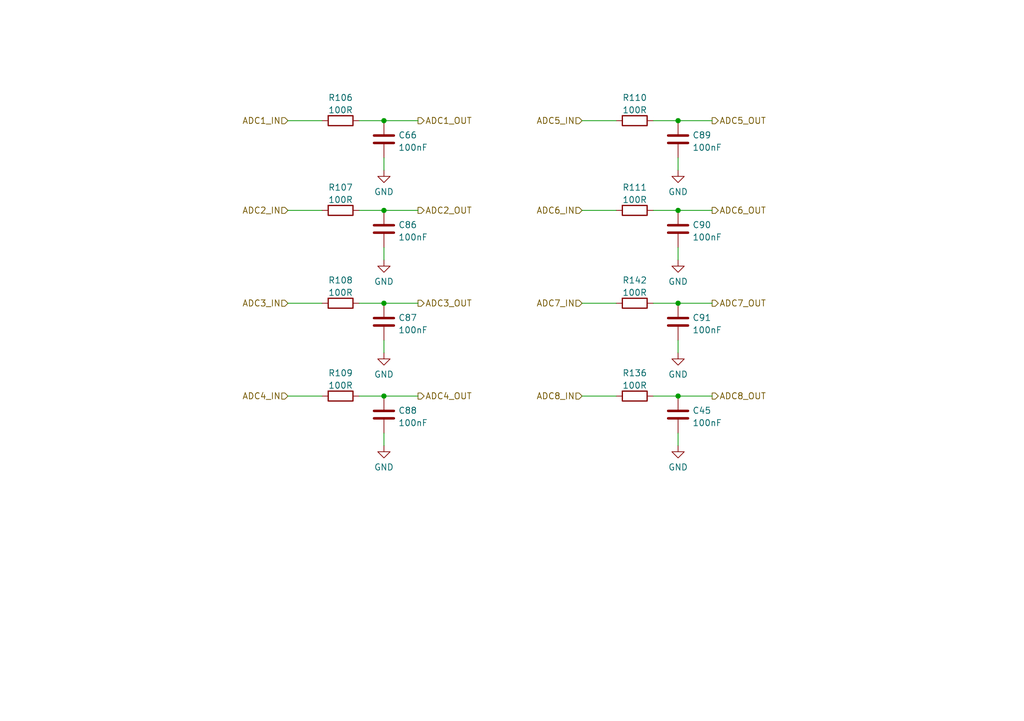
<source format=kicad_sch>
(kicad_sch (version 20211123) (generator eeschema)
  (paper "A5")
  (title_block (title "Open Smart Monitor") (date "2022-09-26") (rev "C") (company "Devtank LTD") (comment 1 "Part No: 304-010"))
  (lib_symbols
    (symbol "Device:C" (pin_numbers hide) (pin_names (offset 0.254))
      (property "Reference" "C" (at 0.635 2.54 0))
      (property "Value" "C" (at 0.635 -2.54 0))
      (symbol "C_0_1"
        (polyline (pts (xy -2.032 -0.762) (xy 2.032 -0.762)) (stroke (width 0.508)))
        (polyline (pts (xy -2.032 0.762) (xy 2.032 0.762)) (stroke (width 0.508)))
      )
      (symbol "C_1_1"
        (pin passive line (at 0 3.81 270) (length 2.794) (name "~") (number "1"))
        (pin passive line (at 0 -3.81 90) (length 2.794) (name "~") (number "2"))
      )
    )
    (symbol "Device:R" (pin_numbers hide) (pin_names (offset 0))
      (property "Reference" "R" (at 2.032 0 90))
      (property "Value" "R" (at 0 0 90))
      (symbol "R_0_1"
        (rectangle (start -1.016 -2.54) (end 1.016 2.54) (stroke (width 0.254)))
      )
      (symbol "R_1_1"
        (pin passive line (at 0 3.81 270) (length 1.27) (name "~") (number "1"))
        (pin passive line (at 0 -3.81 90) (length 1.27) (name "~") (number "2"))
      )
    )
    (symbol "OSM_env01:GND" (power) (pin_names (offset 0))
      (property "Value" "GND" (at 0 -3.81 0))
      (symbol "GND_0_1"
        (polyline (pts (xy 0 0) (xy 0 -1.27) (xy 1.27 -1.27) (xy 0 -2.54) (xy -1.27 -1.27) (xy 0 -1.27)))
      )
      (symbol "GND_1_1"
        (pin power_in line (at 0 0 270) (length 0) hide (name "GND") (number "1"))
      )
    )
  )
  (junction (at 139.065 62.23))
  (junction (at 139.065 24.765))
  (junction (at 139.065 43.18))
  (junction (at 78.74 62.23))
  (junction (at 78.74 43.18))
  (junction (at 139.065 81.28))
  (junction (at 78.74 81.28))
  (junction (at 78.74 24.765))
  (wire (pts (xy 139.065 24.765) (xy 146.05 24.765)))
  (wire (pts (xy 73.66 62.23) (xy 78.74 62.23)))
  (wire (pts (xy 78.74 81.28) (xy 85.725 81.28)))
  (wire (pts (xy 73.66 81.28) (xy 78.74 81.28)))
  (wire (pts (xy 139.065 91.44) (xy 139.065 88.9)))
  (wire (pts (xy 78.74 62.23) (xy 85.725 62.23)))
  (wire (pts (xy 139.065 81.28) (xy 146.05 81.28)))
  (wire (pts (xy 78.74 53.34) (xy 78.74 50.8)))
  (wire (pts (xy 73.66 43.18) (xy 78.74 43.18)))
  (wire (pts (xy 133.985 62.23) (xy 139.065 62.23)))
  (wire (pts (xy 139.065 62.23) (xy 146.05 62.23)))
  (wire (pts (xy 119.38 81.28) (xy 126.365 81.28)))
  (wire (pts (xy 133.985 24.765) (xy 139.065 24.765)))
  (wire (pts (xy 78.74 72.39) (xy 78.74 69.85)))
  (wire (pts (xy 73.66 24.765) (xy 78.74 24.765)))
  (wire (pts (xy 133.985 43.18) (xy 139.065 43.18)))
  (wire (pts (xy 59.055 81.28) (xy 66.04 81.28)))
  (wire (pts (xy 119.38 62.23) (xy 126.365 62.23)))
  (wire (pts (xy 78.74 34.925) (xy 78.74 32.385)))
  (wire (pts (xy 139.065 72.39) (xy 139.065 69.85)))
  (wire (pts (xy 119.38 24.765) (xy 126.365 24.765)))
  (wire (pts (xy 59.055 43.18) (xy 66.04 43.18)))
  (wire (pts (xy 59.055 24.765) (xy 66.04 24.765)))
  (wire (pts (xy 133.985 81.28) (xy 139.065 81.28)))
  (wire (pts (xy 78.74 43.18) (xy 85.725 43.18)))
  (wire (pts (xy 139.065 43.18) (xy 146.05 43.18)))
  (wire (pts (xy 139.065 53.34) (xy 139.065 50.8)))
  (wire (pts (xy 119.38 43.18) (xy 126.365 43.18)))
  (wire (pts (xy 59.055 62.23) (xy 66.04 62.23)))
  (wire (pts (xy 78.74 91.44) (xy 78.74 88.9)))
  (wire (pts (xy 78.74 24.765) (xy 85.725 24.765)))
  (wire (pts (xy 139.065 34.925) (xy 139.065 32.385)))
  (hierarchical_label "ADC8_OUT" (shape output) (at 146.05 81.28 0))
  (hierarchical_label "ADC1_IN" (shape input) (at 59.055 24.765 180))
  (hierarchical_label "ADC1_OUT" (shape output) (at 85.725 24.765 0))
  (hierarchical_label "ADC4_IN" (shape input) (at 59.055 81.28 180))
  (hierarchical_label "ADC6_OUT" (shape output) (at 146.05 43.18 0))
  (hierarchical_label "ADC7_IN" (shape input) (at 119.38 62.23 180))
  (hierarchical_label "ADC2_OUT" (shape output) (at 85.725 43.18 0))
  (hierarchical_label "ADC3_OUT" (shape output) (at 85.725 62.23 0))
  (hierarchical_label "ADC8_IN" (shape input) (at 119.38 81.28 180))
  (hierarchical_label "ADC3_IN" (shape input) (at 59.055 62.23 180))
  (hierarchical_label "ADC7_OUT" (shape output) (at 146.05 62.23 0))
  (hierarchical_label "ADC5_IN" (shape input) (at 119.38 24.765 180))
  (hierarchical_label "ADC2_IN" (shape input) (at 59.055 43.18 180))
  (hierarchical_label "ADC5_OUT" (shape output) (at 146.05 24.765 0))
  (hierarchical_label "ADC4_OUT" (shape output) (at 85.725 81.28 0))
  (hierarchical_label "ADC6_IN" (shape input) (at 119.38 43.18 180))
  (symbol (lib_id "Device:R") (at 69.85 24.765 90) (unit 1)
    (property "Reference" "R106" (at 69.85 20.0492 90))
    (property "Value" "100R" (at 69.85 22.5861 90))
    (property "Footprint" "Resistor_SMD:R_0603_1608Metric" (effects hide))
  )
  (symbol (lib_id "Device:C") (at 78.74 46.99 0) (unit 1)
    (property "Reference" "C86" (at 81.661 46.1553 0) (effects (justify left)))
    (property "Value" "100nF" (at 81.661 48.6922 0) (effects (justify left)))
    (property "Footprint" "Capacitor_SMD:C_0402_1005Metric" (effects hide))
  )
  (symbol (lib_id "OSM_env01:GND") (at 78.74 34.925 0) (unit 1)
    (property "Reference" "#PWR064" (effects hide))
    (property "Value" "~" (at 78.74 39.3684 0))
  )
  (symbol (lib_id "Device:R") (at 130.175 81.28 90) (unit 1)
    (property "Reference" "R136" (at 130.175 76.5642 90))
    (property "Value" "100R" (at 130.175 79.1011 90))
    (property "Footprint" "Resistor_SMD:R_0603_1608Metric" (effects hide))
  )
  (symbol (lib_id "Device:R") (at 130.175 24.765 90) (unit 1)
    (property "Reference" "R110" (at 130.175 20.0492 90))
    (property "Value" "100R" (at 130.175 22.5861 90))
    (property "Footprint" "Resistor_SMD:R_0603_1608Metric" (effects hide))
  )
  (symbol (lib_id "Device:R") (at 69.85 62.23 90) (unit 1)
    (property "Reference" "R108" (at 69.85 57.5142 90))
    (property "Value" "100R" (at 69.85 60.0511 90))
    (property "Footprint" "Resistor_SMD:R_0603_1608Metric" (effects hide))
  )
  (symbol (lib_id "OSM_env01:GND") (at 78.74 72.39 0) (unit 1)
    (property "Reference" "#PWR0118" (effects hide))
    (property "Value" "~" (at 78.74 76.8334 0))
  )
  (symbol (lib_id "Device:C") (at 139.065 85.09 0) (unit 1)
    (property "Reference" "C45" (at 141.986 84.2553 0) (effects (justify left)))
    (property "Value" "100nF" (at 141.986 86.7922 0) (effects (justify left)))
    (property "Footprint" "Capacitor_SMD:C_0402_1005Metric" (effects hide))
  )
  (symbol (lib_id "OSM_env01:GND") (at 139.065 91.44 0) (unit 1)
    (property "Reference" "#PWR095" (effects hide))
    (property "Value" "~" (at 139.065 95.8834 0))
  )
  (symbol (lib_id "Device:C") (at 139.065 46.99 0) (unit 1)
    (property "Reference" "C90" (at 141.986 46.1553 0) (effects (justify left)))
    (property "Value" "100nF" (at 141.986 48.6922 0) (effects (justify left)))
    (property "Footprint" "Capacitor_SMD:C_0402_1005Metric" (effects hide))
  )
  (symbol (lib_id "Device:R") (at 69.85 81.28 90) (unit 1)
    (property "Reference" "R109" (at 69.85 76.5642 90))
    (property "Value" "100R" (at 69.85 79.1011 90))
    (property "Footprint" "Resistor_SMD:R_0603_1608Metric" (effects hide))
  )
  (symbol (lib_id "Device:C") (at 78.74 28.575 0) (unit 1)
    (property "Reference" "C66" (at 81.661 27.7403 0) (effects (justify left)))
    (property "Value" "100nF" (at 81.661 30.2772 0) (effects (justify left)))
    (property "Footprint" "Capacitor_SMD:C_0402_1005Metric" (effects hide))
  )
  (symbol (lib_id "OSM_env01:GND") (at 139.065 53.34 0) (unit 1)
    (property "Reference" "#PWR0165" (effects hide))
    (property "Value" "~" (at 139.065 57.7834 0))
  )
  (symbol (lib_id "OSM_env01:GND") (at 78.74 91.44 0) (unit 1)
    (property "Reference" "#PWR0120" (effects hide))
    (property "Value" "~" (at 78.74 95.8834 0))
  )
  (symbol (lib_id "Device:C") (at 78.74 66.04 0) (unit 1)
    (property "Reference" "C87" (at 81.661 65.2053 0) (effects (justify left)))
    (property "Value" "100nF" (at 81.661 67.7422 0) (effects (justify left)))
    (property "Footprint" "Capacitor_SMD:C_0402_1005Metric" (effects hide))
  )
  (symbol (lib_id "Device:C") (at 78.74 85.09 0) (unit 1)
    (property "Reference" "C88" (at 81.661 84.2553 0) (effects (justify left)))
    (property "Value" "100nF" (at 81.661 86.7922 0) (effects (justify left)))
    (property "Footprint" "Capacitor_SMD:C_0402_1005Metric" (effects hide))
  )
  (symbol (lib_id "OSM_env01:GND") (at 139.065 72.39 0) (unit 1)
    (property "Reference" "#PWR0166" (effects hide))
    (property "Value" "~" (at 139.065 76.8334 0))
  )
  (symbol (lib_id "OSM_env01:GND") (at 139.065 34.925 0) (unit 1)
    (property "Reference" "#PWR0121" (effects hide))
    (property "Value" "~" (at 139.065 39.3684 0))
  )
  (symbol (lib_id "Device:R") (at 130.175 43.18 90) (unit 1)
    (property "Reference" "R111" (at 130.175 38.4642 90))
    (property "Value" "100R" (at 130.175 41.0011 90))
    (property "Footprint" "Resistor_SMD:R_0603_1608Metric" (effects hide))
  )
  (symbol (lib_id "Device:C") (at 139.065 66.04 0) (unit 1)
    (property "Reference" "C91" (at 141.986 65.2053 0) (effects (justify left)))
    (property "Value" "100nF" (at 141.986 67.7422 0) (effects (justify left)))
    (property "Footprint" "Capacitor_SMD:C_0402_1005Metric" (effects hide))
  )
  (symbol (lib_id "Device:R") (at 130.175 62.23 90) (unit 1)
    (property "Reference" "R142" (at 130.175 57.5142 90))
    (property "Value" "100R" (at 130.175 60.0511 90))
    (property "Footprint" "Resistor_SMD:R_0603_1608Metric" (effects hide))
  )
  (symbol (lib_id "Device:C") (at 139.065 28.575 0) (unit 1)
    (property "Reference" "C89" (at 141.986 27.7403 0) (effects (justify left)))
    (property "Value" "100nF" (at 141.986 30.2772 0) (effects (justify left)))
    (property "Footprint" "Capacitor_SMD:C_0402_1005Metric" (effects hide))
  )
  (symbol (lib_id "Device:R") (at 69.85 43.18 90) (unit 1)
    (property "Reference" "R107" (at 69.85 38.4642 90))
    (property "Value" "100R" (at 69.85 41.0011 90))
    (property "Footprint" "Resistor_SMD:R_0603_1608Metric" (effects hide))
  )
  (symbol (lib_id "OSM_env01:GND") (at 78.74 53.34 0) (unit 1)
    (property "Reference" "#PWR074" (effects hide))
    (property "Value" "~" (at 78.74 57.7834 0))
  )
)
</source>
